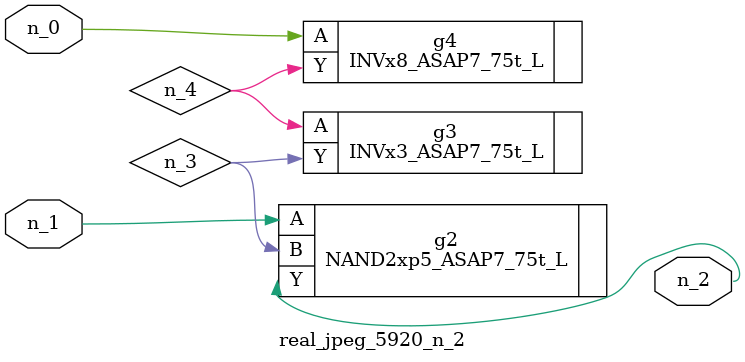
<source format=v>
module real_jpeg_5920_n_2 (n_1, n_0, n_2);

input n_1;
input n_0;

output n_2;

wire n_4;
wire n_3;

INVx8_ASAP7_75t_L g4 ( 
.A(n_0),
.Y(n_4)
);

NAND2xp5_ASAP7_75t_L g2 ( 
.A(n_1),
.B(n_3),
.Y(n_2)
);

INVx3_ASAP7_75t_L g3 ( 
.A(n_4),
.Y(n_3)
);


endmodule
</source>
